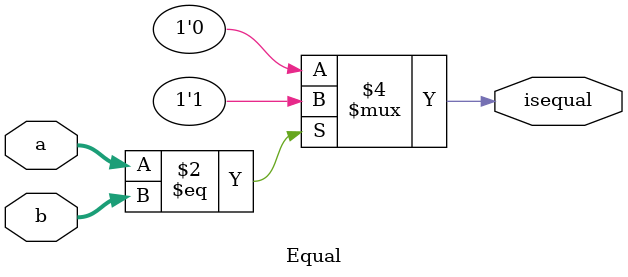
<source format=v>
`timescale 1ns / 1ps


module Equal(a, b, isequal );
    input [31:0] a, b;
    output reg isequal;
    
    always @(a, b) begin
        if(a == b)
            isequal = 1;
        else 
            isequal = 0;
    end
endmodule

</source>
